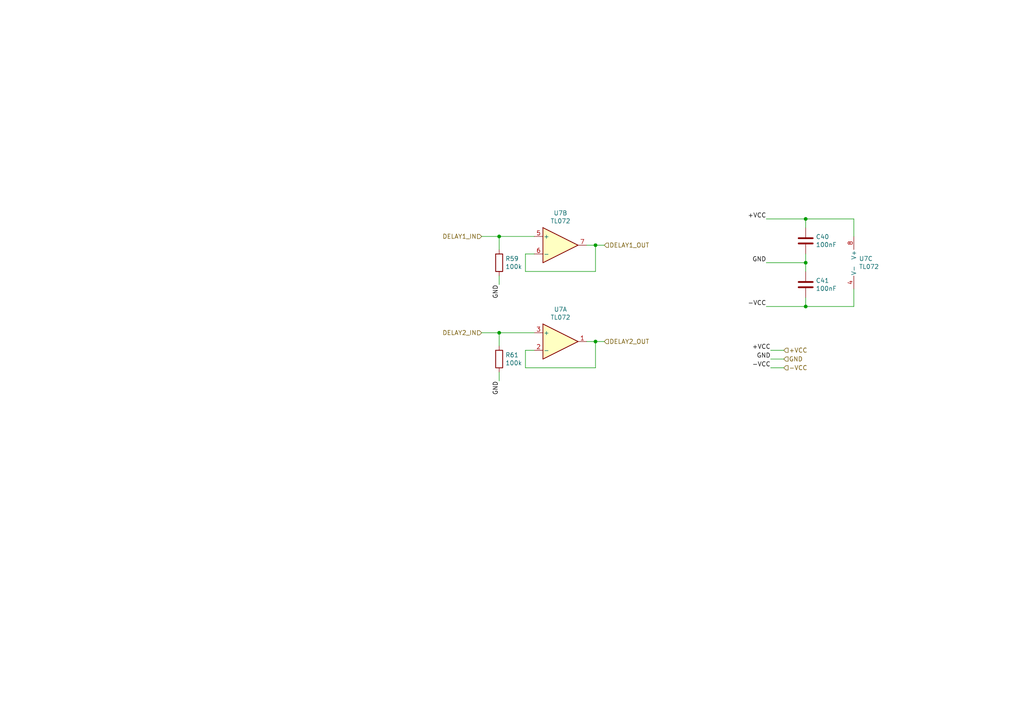
<source format=kicad_sch>
(kicad_sch (version 20211123) (generator eeschema)
  (paper "A4")
  (lib_symbols
    (symbol "Amplifier_Operational:TL072" (pin_names (offset 0.127))
      (property "Reference" "U" (at 0 5.08 0))
      (property "Value" "TL072" (at 0 -5.08 0))
      (symbol "TL072_1_1"
        (polyline (pts (xy -5.08 5.08) (xy 5.08 0) (xy -5.08 -5.08) (xy -5.08 5.08)) (stroke (width 0.254)) (fill (type background)))
        (pin output line (at 7.62 0 180) (length 2.54) (name "~") (number "1"))
        (pin input line (at -7.62 -2.54 0) (length 2.54) (name "-") (number "2"))
        (pin input line (at -7.62 2.54 0) (length 2.54) (name "+") (number "3"))
      )
      (symbol "TL072_2_1"
        (polyline (pts (xy -5.08 5.08) (xy 5.08 0) (xy -5.08 -5.08) (xy -5.08 5.08)) (stroke (width 0.254)) (fill (type background)))
        (pin input line (at -7.62 2.54 0) (length 2.54) (name "+") (number "5"))
        (pin input line (at -7.62 -2.54 0) (length 2.54) (name "-") (number "6"))
        (pin output line (at 7.62 0 180) (length 2.54) (name "~") (number "7"))
      )
      (symbol "TL072_3_1"
        (pin power_in line (at -2.54 -7.62 90) (length 3.81) (name "V-") (number "4"))
        (pin power_in line (at -2.54 7.62 270) (length 3.81) (name "V+") (number "8"))
      )
    )
    (symbol "Device:C" (pin_numbers hide) (pin_names (offset 0.254))
      (property "Reference" "C" (at 0.635 2.54 0))
      (property "Value" "C" (at 0.635 -2.54 0))
      (symbol "C_0_1"
        (polyline (pts (xy -2.032 -0.762) (xy 2.032 -0.762)) (stroke (width 0.508)))
        (polyline (pts (xy -2.032 0.762) (xy 2.032 0.762)) (stroke (width 0.508)))
      )
      (symbol "C_1_1"
        (pin passive line (at 0 3.81 270) (length 2.794) (name "~") (number "1"))
        (pin passive line (at 0 -3.81 90) (length 2.794) (name "~") (number "2"))
      )
    )
    (symbol "Device:R" (pin_numbers hide) (pin_names (offset 0))
      (property "Reference" "R" (at 2.032 0 90))
      (property "Value" "R" (at 0 0 90))
      (symbol "R_0_1"
        (rectangle (start -1.016 -2.54) (end 1.016 2.54) (stroke (width 0.254)))
      )
      (symbol "R_1_1"
        (pin passive line (at 0 3.81 270) (length 1.27) (name "~") (number "1"))
        (pin passive line (at 0 -3.81 90) (length 1.27) (name "~") (number "2"))
      )
    )
  )
  (junction (at 233.68 63.5))
  (junction (at 172.72 71.12))
  (junction (at 233.68 76.2))
  (junction (at 144.78 68.58))
  (junction (at 144.78 96.52))
  (junction (at 233.68 88.9))
  (junction (at 172.72 99.06))
  (wire (pts (xy 154.94 73.66) (xy 152.4 73.66)))
  (wire (pts (xy 223.52 104.14) (xy 227.33 104.14)))
  (wire (pts (xy 170.18 71.12) (xy 172.72 71.12)))
  (wire (pts (xy 144.78 96.52) (xy 154.94 96.52)))
  (wire (pts (xy 144.78 80.01) (xy 144.78 82.55)))
  (wire (pts (xy 152.4 78.74) (xy 172.72 78.74)))
  (wire (pts (xy 227.33 106.68) (xy 223.52 106.68)))
  (wire (pts (xy 144.78 68.58) (xy 154.94 68.58)))
  (wire (pts (xy 152.4 106.68) (xy 172.72 106.68)))
  (wire (pts (xy 152.4 73.66) (xy 152.4 78.74)))
  (wire (pts (xy 233.68 88.9) (xy 233.68 86.36)))
  (wire (pts (xy 233.68 76.2) (xy 233.68 73.66)))
  (wire (pts (xy 233.68 63.5) (xy 233.68 66.04)))
  (wire (pts (xy 247.65 83.82) (xy 247.65 88.9)))
  (wire (pts (xy 222.25 63.5) (xy 233.68 63.5)))
  (wire (pts (xy 139.7 96.52) (xy 144.78 96.52)))
  (wire (pts (xy 233.68 78.74) (xy 233.68 76.2)))
  (wire (pts (xy 247.65 63.5) (xy 247.65 68.58)))
  (wire (pts (xy 172.72 106.68) (xy 172.72 99.06)))
  (wire (pts (xy 152.4 101.6) (xy 152.4 106.68)))
  (wire (pts (xy 222.25 88.9) (xy 233.68 88.9)))
  (wire (pts (xy 144.78 100.33) (xy 144.78 96.52)))
  (wire (pts (xy 172.72 99.06) (xy 170.18 99.06)))
  (wire (pts (xy 223.52 101.6) (xy 227.33 101.6)))
  (wire (pts (xy 233.68 76.2) (xy 222.25 76.2)))
  (wire (pts (xy 139.7 68.58) (xy 144.78 68.58)))
  (wire (pts (xy 144.78 72.39) (xy 144.78 68.58)))
  (wire (pts (xy 233.68 63.5) (xy 247.65 63.5)))
  (wire (pts (xy 172.72 71.12) (xy 175.26 71.12)))
  (wire (pts (xy 233.68 88.9) (xy 247.65 88.9)))
  (wire (pts (xy 172.72 99.06) (xy 175.26 99.06)))
  (wire (pts (xy 154.94 101.6) (xy 152.4 101.6)))
  (wire (pts (xy 144.78 107.95) (xy 144.78 110.49)))
  (wire (pts (xy 172.72 78.74) (xy 172.72 71.12)))
  (label "GND" (at 223.52 104.14 180))
  (label "+VCC" (at 223.52 101.6 180))
  (label "-VCC" (at 223.52 106.68 180))
  (label "GND" (at 144.78 110.49 270))
  (label "-VCC" (at 222.25 88.9 180))
  (label "GND" (at 222.25 76.2 180))
  (label "GND" (at 144.78 82.55 270))
  (label "+VCC" (at 222.25 63.5 180))
  (hierarchical_label "DELAY1_IN" (shape input) (at 139.7 68.58 180))
  (hierarchical_label "DELAY2_IN" (shape input) (at 139.7 96.52 180))
  (hierarchical_label "+VCC" (shape input) (at 227.33 101.6 0))
  (hierarchical_label "-VCC" (shape input) (at 227.33 106.68 0))
  (hierarchical_label "GND" (shape input) (at 227.33 104.14 0))
  (hierarchical_label "DELAY1_OUT" (shape input) (at 175.26 71.12 0))
  (hierarchical_label "DELAY2_OUT" (shape input) (at 175.26 99.06 0))
  (symbol (lib_id "Amplifier_Operational:TL072") (at 162.56 99.06 0) (unit 1)
    (property "Reference" "U7" (at 162.56 89.7382 0))
    (property "Value" "TL072" (at 162.56 92.0496 0))
    (property "Footprint" "Rumblesan_Footprints:DIP-8_W7.62mm_Socket" (effects hide))
    (property "Datasheet" "http://www.ti.com/lit/ds/symlink/tl071.pdf" (effects hide))
  )
  (symbol (lib_id "Amplifier_Operational:TL072") (at 162.56 71.12 0) (unit 2)
    (property "Reference" "U7" (at 162.56 61.7982 0))
    (property "Value" "TL072" (at 162.56 64.1096 0))
    (property "Footprint" "Rumblesan_Footprints:DIP-8_W7.62mm_Socket" (effects hide))
    (property "Datasheet" "http://www.ti.com/lit/ds/symlink/tl071.pdf" (effects hide))
  )
  (symbol (lib_id "Amplifier_Operational:TL072") (at 250.19 76.2 0) (unit 3)
    (property "Reference" "U7" (at 249.1232 75.0316 0) (effects (justify left)))
    (property "Value" "TL072" (at 249.1232 77.343 0) (effects (justify left)))
    (property "Footprint" "Rumblesan_Footprints:DIP-8_W7.62mm_Socket" (effects hide))
    (property "Datasheet" "http://www.ti.com/lit/ds/symlink/tl071.pdf" (effects hide))
  )
  (symbol (lib_id "Device:C") (at 233.68 69.85 180) (unit 1)
    (property "Reference" "C40" (at 236.601 68.6816 0) (effects (justify right)))
    (property "Value" "100nF" (at 236.601 70.993 0) (effects (justify right)))
    (property "Footprint" "Rumblesan_Footprints:C_Rect_L7.0mm_W3.5mm_P5.00mm" (effects hide))
  )
  (symbol (lib_id "Device:C") (at 233.68 82.55 180) (unit 1)
    (property "Reference" "C41" (at 236.601 81.3816 0) (effects (justify right)))
    (property "Value" "100nF" (at 236.601 83.693 0) (effects (justify right)))
    (property "Footprint" "Rumblesan_Footprints:C_Rect_L7.0mm_W3.5mm_P5.00mm" (effects hide))
  )
  (symbol (lib_id "Device:R") (at 144.78 76.2 0) (unit 1)
    (property "Reference" "R59" (at 146.558 75.0316 0) (effects (justify left)))
    (property "Value" "100k" (at 146.558 77.343 0) (effects (justify left)))
    (property "Footprint" "Rumblesan_Footprints:Resistor_THT_L6.3mm_D2.5mm_P10.16mm_Horizontal" (effects hide))
  )
  (symbol (lib_id "Device:R") (at 144.78 104.14 0) (unit 1)
    (property "Reference" "R61" (at 146.558 102.9716 0) (effects (justify left)))
    (property "Value" "100k" (at 146.558 105.283 0) (effects (justify left)))
    (property "Footprint" "Rumblesan_Footprints:Resistor_THT_L6.3mm_D2.5mm_P10.16mm_Horizontal" (effects hide))
  )
)
</source>
